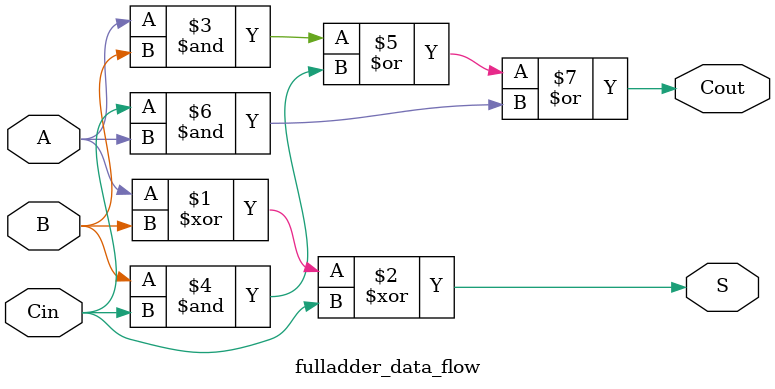
<source format=v>
module fulladder_data_flow
(
 input A,
 input B,
 input Cin,
 
 output   S, 
 output   Cout
 );
 

assign S = A^B^Cin;
assign Cout = (A&B)|(B&Cin)|(Cin&A);
 
endmodule


</source>
